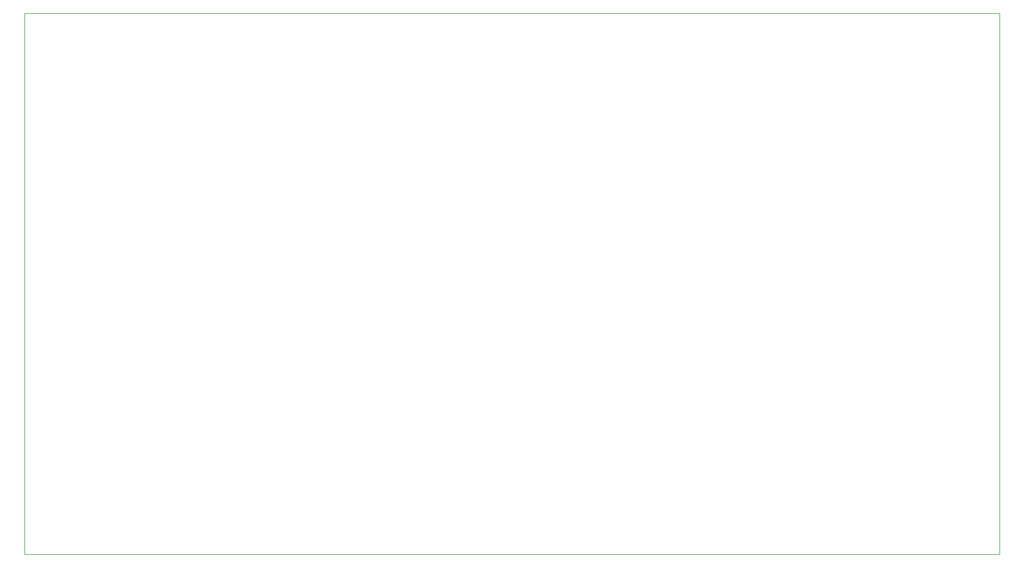
<source format=gm1>
%TF.GenerationSoftware,KiCad,Pcbnew,(5.1.12)-1*%
%TF.CreationDate,2023-04-30T22:07:06+02:00*%
%TF.ProjectId,roomcontroller,726f6f6d-636f-46e7-9472-6f6c6c65722e,rev?*%
%TF.SameCoordinates,Original*%
%TF.FileFunction,Profile,NP*%
%FSLAX46Y46*%
G04 Gerber Fmt 4.6, Leading zero omitted, Abs format (unit mm)*
G04 Created by KiCad (PCBNEW (5.1.12)-1) date 2023-04-30 22:07:06*
%MOMM*%
%LPD*%
G01*
G04 APERTURE LIST*
%TA.AperFunction,Profile*%
%ADD10C,0.050000*%
%TD*%
G04 APERTURE END LIST*
D10*
X25400000Y-111500000D02*
X25400000Y-25400000D01*
X180500000Y-111500000D02*
X25400000Y-111500000D01*
X180500000Y-25400000D02*
X180500000Y-111500000D01*
X25400000Y-25400000D02*
X180500000Y-25400000D01*
M02*

</source>
